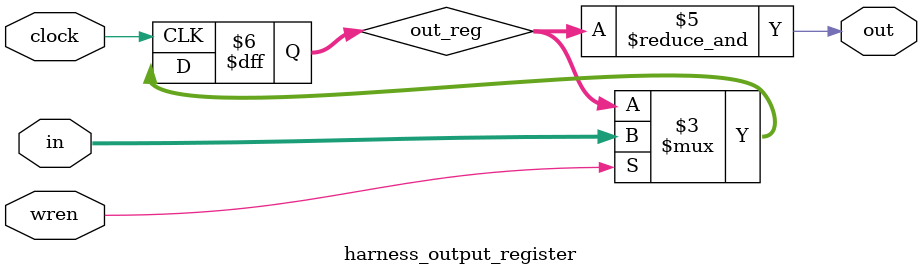
<source format=v>


`default_nettype none

module harness_output_register 
#(
    parameter   integer WIDTH           = 0
)
(
    input       wire                    clock,
    input       wire    [WIDTH-1:0]     in,
    input       wire                    wren,
    output      reg                     out
);
    reg [WIDTH-1:0] out_reg;

    always @(posedge clock) begin
        out_reg <= (wren == 1'b1) ? in : out_reg;
    end

    always @(*) begin
        out <= &out_reg;
    end
endmodule


</source>
